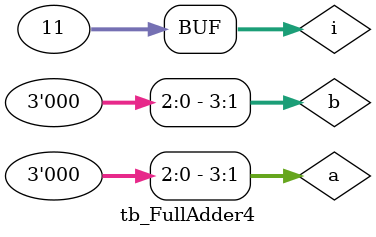
<source format=v>

module FullAdder4( input[3:0] a, input[3:0] b, input c_in, output c_out,
		output[3:0] sum);
	assign {c_out, sum} = a + b + c_in;
endmodule

module tb_FullAdder4;
	reg[3:0]	a;
	reg[3:0]	b;
	reg			c_in;
	wire         c_out;
	wire[3:0]	sum;
	integer		i;

	FullAdder4 adder (.a(a), .b(b), .c_in(c_in), .c_out(c_out), .sum(sum));

	initial begin
		a <= 0;
		b <= 0;
		c_in <= 0;
		$monitor("a=%0h b=%0h c_in=%0h c_out=%0h sum=%0h", a, b, c_in, c_out, sum);

		for (i = 0; i <= 10; i = i + 1) begin
			#10 a <= $random;
			b <= $random;
			c_in <= $random;
		end
	end
endmodule

</source>
